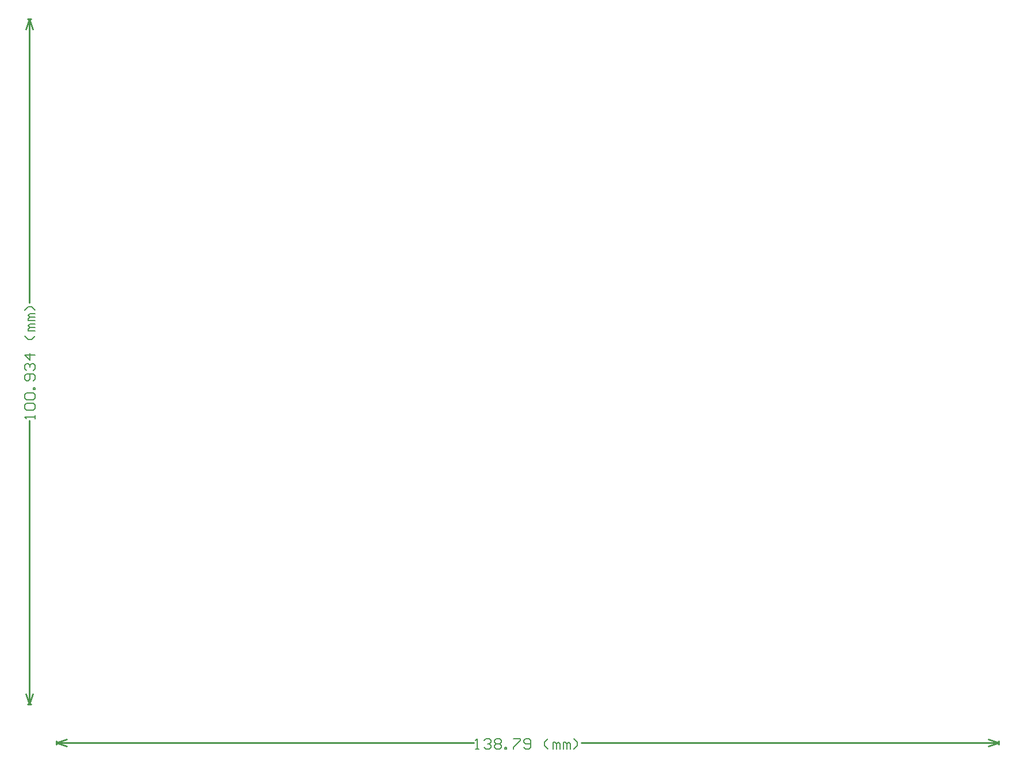
<source format=gm1>
G04*
G04 #@! TF.GenerationSoftware,Altium Limited,Altium Designer,20.0.1 (14)*
G04*
G04 Layer_Color=16711935*
%FSLAX25Y25*%
%MOIN*%
G70*
G01*
G75*
%ADD10C,0.01000*%
%ADD22C,0.00600*%
D10*
X-16748Y396378D02*
X-14748D01*
X-16748Y-1000D02*
X-14748D01*
X-15748Y396378D02*
X-13748Y390378D01*
X-17748D02*
X-15748Y396378D01*
Y-1000D02*
X-13748Y5000D01*
X-17748D02*
X-15748Y-1000D01*
Y231779D02*
Y396378D01*
Y-1000D02*
Y163600D01*
X546417Y-24622D02*
Y-22622D01*
X0Y-24622D02*
Y-22622D01*
X540417Y-25622D02*
X546417Y-23622D01*
X540417Y-21622D02*
X546417Y-23622D01*
X0D02*
X6000Y-25622D01*
X0Y-23622D02*
X6000Y-21622D01*
X304299Y-23622D02*
X546417D01*
X0D02*
X242118D01*
D22*
X-12149Y164600D02*
Y166599D01*
Y165599D01*
X-18147D01*
X-17147Y164600D01*
Y169598D02*
X-18147Y170598D01*
Y172597D01*
X-17147Y173597D01*
X-13149D01*
X-12149Y172597D01*
Y170598D01*
X-13149Y169598D01*
X-17147D01*
Y175596D02*
X-18147Y176596D01*
Y178595D01*
X-17147Y179595D01*
X-13149D01*
X-12149Y178595D01*
Y176596D01*
X-13149Y175596D01*
X-17147D01*
X-12149Y181594D02*
X-13149D01*
Y182594D01*
X-12149D01*
Y181594D01*
X-13149Y186592D02*
X-12149Y187592D01*
Y189591D01*
X-13149Y190591D01*
X-17147D01*
X-18147Y189591D01*
Y187592D01*
X-17147Y186592D01*
X-16148D01*
X-15148Y187592D01*
Y190591D01*
X-17147Y192590D02*
X-18147Y193590D01*
Y195589D01*
X-17147Y196589D01*
X-16148D01*
X-15148Y195589D01*
Y194590D01*
Y195589D01*
X-14148Y196589D01*
X-13149D01*
X-12149Y195589D01*
Y193590D01*
X-13149Y192590D01*
X-12149Y201588D02*
X-18147D01*
X-15148Y198589D01*
Y202587D01*
X-12149Y212584D02*
X-14148Y210585D01*
X-16148D01*
X-18147Y212584D01*
X-12149Y215583D02*
X-16148D01*
Y216583D01*
X-15148Y217582D01*
X-12149D01*
X-15148D01*
X-16148Y218582D01*
X-15148Y219582D01*
X-12149D01*
Y221581D02*
X-16148D01*
Y222581D01*
X-15148Y223580D01*
X-12149D01*
X-15148D01*
X-16148Y224580D01*
X-15148Y225580D01*
X-12149D01*
Y227579D02*
X-14148Y229578D01*
X-16148D01*
X-18147Y227579D01*
X243118Y-27221D02*
X245117D01*
X244118D01*
Y-21223D01*
X243118Y-22223D01*
X248117D02*
X249116Y-21223D01*
X251116D01*
X252115Y-22223D01*
Y-23222D01*
X251116Y-24222D01*
X250116D01*
X251116D01*
X252115Y-25222D01*
Y-26221D01*
X251116Y-27221D01*
X249116D01*
X248117Y-26221D01*
X254115Y-22223D02*
X255114Y-21223D01*
X257114D01*
X258113Y-22223D01*
Y-23222D01*
X257114Y-24222D01*
X258113Y-25222D01*
Y-26221D01*
X257114Y-27221D01*
X255114D01*
X254115Y-26221D01*
Y-25222D01*
X255114Y-24222D01*
X254115Y-23222D01*
Y-22223D01*
X255114Y-24222D02*
X257114D01*
X260113Y-27221D02*
Y-26221D01*
X261112D01*
Y-27221D01*
X260113D01*
X265111Y-21223D02*
X269110D01*
Y-22223D01*
X265111Y-26221D01*
Y-27221D01*
X271109Y-26221D02*
X272109Y-27221D01*
X274108D01*
X275108Y-26221D01*
Y-22223D01*
X274108Y-21223D01*
X272109D01*
X271109Y-22223D01*
Y-23222D01*
X272109Y-24222D01*
X275108D01*
X285105Y-27221D02*
X283105Y-25222D01*
Y-23222D01*
X285105Y-21223D01*
X288104Y-27221D02*
Y-23222D01*
X289103D01*
X290103Y-24222D01*
Y-27221D01*
Y-24222D01*
X291103Y-23222D01*
X292102Y-24222D01*
Y-27221D01*
X294102D02*
Y-23222D01*
X295101D01*
X296101Y-24222D01*
Y-27221D01*
Y-24222D01*
X297101Y-23222D01*
X298100Y-24222D01*
Y-27221D01*
X300100D02*
X302099Y-25222D01*
Y-23222D01*
X300100Y-21223D01*
M02*

</source>
